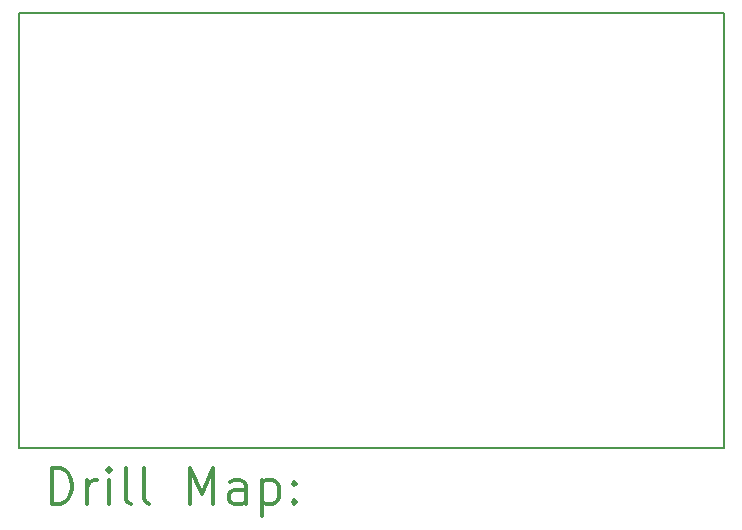
<source format=gbr>
%FSLAX45Y45*%
G04 Gerber Fmt 4.5, Leading zero omitted, Abs format (unit mm)*
G04 Created by KiCad (PCBNEW 5.0.2+dfsg1-1+deb10u1) date Wed 11 Jan 2023 08:50:02 PM +08*
%MOMM*%
%LPD*%
G01*
G04 APERTURE LIST*
%ADD10C,0.150000*%
%ADD11C,0.200000*%
%ADD12C,0.300000*%
G04 APERTURE END LIST*
D10*
X9906000Y-7112000D02*
X9906000Y-3429000D01*
X15875000Y-7112000D02*
X9906000Y-7112000D01*
X15875000Y-3429000D02*
X15875000Y-7112000D01*
X9906000Y-3429000D02*
X15875000Y-3429000D01*
D11*
D12*
X10184928Y-7585214D02*
X10184928Y-7285214D01*
X10256357Y-7285214D01*
X10299214Y-7299500D01*
X10327786Y-7328071D01*
X10342071Y-7356643D01*
X10356357Y-7413786D01*
X10356357Y-7456643D01*
X10342071Y-7513786D01*
X10327786Y-7542357D01*
X10299214Y-7570929D01*
X10256357Y-7585214D01*
X10184928Y-7585214D01*
X10484928Y-7585214D02*
X10484928Y-7385214D01*
X10484928Y-7442357D02*
X10499214Y-7413786D01*
X10513500Y-7399500D01*
X10542071Y-7385214D01*
X10570643Y-7385214D01*
X10670643Y-7585214D02*
X10670643Y-7385214D01*
X10670643Y-7285214D02*
X10656357Y-7299500D01*
X10670643Y-7313786D01*
X10684928Y-7299500D01*
X10670643Y-7285214D01*
X10670643Y-7313786D01*
X10856357Y-7585214D02*
X10827786Y-7570929D01*
X10813500Y-7542357D01*
X10813500Y-7285214D01*
X11013500Y-7585214D02*
X10984928Y-7570929D01*
X10970643Y-7542357D01*
X10970643Y-7285214D01*
X11356357Y-7585214D02*
X11356357Y-7285214D01*
X11456357Y-7499500D01*
X11556357Y-7285214D01*
X11556357Y-7585214D01*
X11827786Y-7585214D02*
X11827786Y-7428071D01*
X11813500Y-7399500D01*
X11784928Y-7385214D01*
X11727786Y-7385214D01*
X11699214Y-7399500D01*
X11827786Y-7570929D02*
X11799214Y-7585214D01*
X11727786Y-7585214D01*
X11699214Y-7570929D01*
X11684928Y-7542357D01*
X11684928Y-7513786D01*
X11699214Y-7485214D01*
X11727786Y-7470929D01*
X11799214Y-7470929D01*
X11827786Y-7456643D01*
X11970643Y-7385214D02*
X11970643Y-7685214D01*
X11970643Y-7399500D02*
X11999214Y-7385214D01*
X12056357Y-7385214D01*
X12084928Y-7399500D01*
X12099214Y-7413786D01*
X12113500Y-7442357D01*
X12113500Y-7528071D01*
X12099214Y-7556643D01*
X12084928Y-7570929D01*
X12056357Y-7585214D01*
X11999214Y-7585214D01*
X11970643Y-7570929D01*
X12242071Y-7556643D02*
X12256357Y-7570929D01*
X12242071Y-7585214D01*
X12227786Y-7570929D01*
X12242071Y-7556643D01*
X12242071Y-7585214D01*
X12242071Y-7399500D02*
X12256357Y-7413786D01*
X12242071Y-7428071D01*
X12227786Y-7413786D01*
X12242071Y-7399500D01*
X12242071Y-7428071D01*
M02*

</source>
